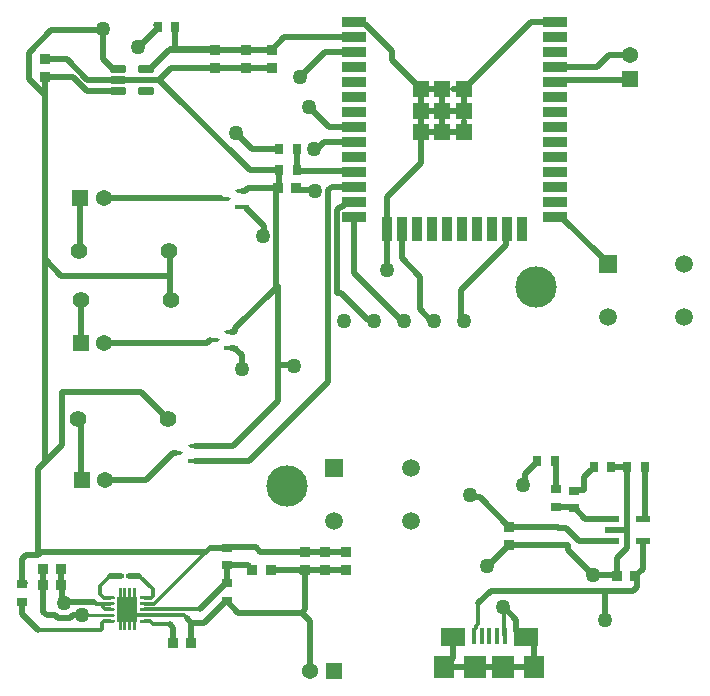
<source format=gtl>
G04*
G04 #@! TF.GenerationSoftware,Altium Limited,Altium Designer,20.1.14 (287)*
G04*
G04 Layer_Physical_Order=1*
G04 Layer_Color=255*
%FSLAX44Y44*%
%MOMM*%
G71*
G04*
G04 #@! TF.SameCoordinates,6EDE4AF6-213E-4635-A875-022B84C130C8*
G04*
G04*
G04 #@! TF.FilePolarity,Positive*
G04*
G01*
G75*
%ADD16R,0.4000X1.3500*%
%ADD17R,2.1000X1.6000*%
%ADD18R,1.9000X1.9000*%
%ADD19R,1.8000X1.9000*%
%ADD20R,1.3300X1.3300*%
%ADD21R,2.0000X0.9000*%
%ADD22R,0.9000X2.0000*%
%ADD23R,0.5000X0.2000*%
%ADD24R,0.5000X0.5000*%
%ADD25R,0.8500X0.8500*%
G04:AMPARAMS|DCode=26|XSize=1.35mm|YSize=0.6mm|CornerRadius=0.075mm|HoleSize=0mm|Usage=FLASHONLY|Rotation=0.000|XOffset=0mm|YOffset=0mm|HoleType=Round|Shape=RoundedRectangle|*
%AMROUNDEDRECTD26*
21,1,1.3500,0.4500,0,0,0.0*
21,1,1.2000,0.6000,0,0,0.0*
1,1,0.1500,0.6000,-0.2250*
1,1,0.1500,-0.6000,-0.2250*
1,1,0.1500,-0.6000,0.2250*
1,1,0.1500,0.6000,0.2250*
%
%ADD26ROUNDEDRECTD26*%
%ADD27R,1.2700X0.5588*%
%ADD28R,0.8500X0.8500*%
%ADD29R,0.7000X0.9000*%
%ADD30R,1.1640X0.3358*%
G04:AMPARAMS|DCode=31|XSize=1.164mm|YSize=0.3358mm|CornerRadius=0.1679mm|HoleSize=0mm|Usage=FLASHONLY|Rotation=180.000|XOffset=0mm|YOffset=0mm|HoleType=Round|Shape=RoundedRectangle|*
%AMROUNDEDRECTD31*
21,1,1.1640,0.0000,0,0,180.0*
21,1,0.8281,0.3358,0,0,180.0*
1,1,0.3358,-0.4141,0.0000*
1,1,0.3358,0.4141,0.0000*
1,1,0.3358,0.4141,0.0000*
1,1,0.3358,-0.4141,0.0000*
%
%ADD31ROUNDEDRECTD31*%
%ADD32R,0.5000X0.3000*%
%ADD33R,0.9000X0.7000*%
%ADD62C,0.3000*%
%ADD63C,0.5000*%
%ADD64C,0.2500*%
%ADD65C,0.4000*%
%ADD66C,0.3000*%
%ADD67C,1.3680*%
%ADD68R,1.3680X1.3680*%
%ADD69C,1.4980*%
%ADD70R,1.4980X1.4980*%
%ADD71C,1.4000*%
%ADD72R,1.3680X1.3680*%
%ADD73C,1.2700*%
%ADD74C,3.5000*%
G36*
X141763Y61168D02*
X141836Y61162D01*
X141909Y61153D01*
X141981Y61139D01*
X142052Y61122D01*
X142123Y61101D01*
X142192Y61077D01*
X142259Y61049D01*
X142326Y61017D01*
X142390Y60982D01*
X142452Y60944D01*
X142513Y60903D01*
X142571Y60858D01*
X142627Y60810D01*
X142680Y60760D01*
X142730Y60707D01*
X142778Y60651D01*
X142823Y60593D01*
X142864Y60532D01*
X142902Y60470D01*
X142937Y60406D01*
X142969Y60339D01*
X142997Y60272D01*
X143021Y60203D01*
X143042Y60132D01*
X143059Y60061D01*
X143073Y59989D01*
X143082Y59916D01*
X143088Y59843D01*
X143090Y59770D01*
X143088Y59697D01*
X143082Y59624D01*
X143073Y59551D01*
X143059Y59479D01*
X143042Y59408D01*
X143021Y59337D01*
X142997Y59268D01*
X142969Y59201D01*
X142937Y59134D01*
X142902Y59070D01*
X142864Y59008D01*
X142823Y58947D01*
X142778Y58889D01*
X142730Y58833D01*
X142680Y58780D01*
X142627Y58730D01*
X142571Y58682D01*
X142513Y58637D01*
X142452Y58596D01*
X142390Y58558D01*
X142326Y58523D01*
X142259Y58491D01*
X142192Y58463D01*
X142123Y58439D01*
X142052Y58418D01*
X141981Y58401D01*
X141909Y58387D01*
X141836Y58378D01*
X141763Y58372D01*
X141690Y58370D01*
X134590D01*
Y61170D01*
X141690D01*
X141763Y61168D01*
D02*
G37*
G36*
Y66168D02*
X141836Y66162D01*
X141909Y66153D01*
X141981Y66139D01*
X142052Y66122D01*
X142123Y66101D01*
X142192Y66077D01*
X142259Y66049D01*
X142326Y66017D01*
X142390Y65982D01*
X142452Y65944D01*
X142513Y65903D01*
X142571Y65858D01*
X142627Y65810D01*
X142680Y65760D01*
X142730Y65707D01*
X142778Y65651D01*
X142823Y65593D01*
X142864Y65532D01*
X142902Y65470D01*
X142937Y65406D01*
X142969Y65339D01*
X142997Y65272D01*
X143021Y65203D01*
X143042Y65132D01*
X143059Y65061D01*
X143073Y64989D01*
X143082Y64916D01*
X143088Y64843D01*
X143090Y64770D01*
X143088Y64697D01*
X143082Y64624D01*
X143073Y64551D01*
X143059Y64479D01*
X143042Y64408D01*
X143021Y64337D01*
X142997Y64268D01*
X142969Y64201D01*
X142937Y64134D01*
X142902Y64070D01*
X142864Y64008D01*
X142823Y63947D01*
X142778Y63889D01*
X142730Y63833D01*
X142680Y63780D01*
X142627Y63730D01*
X142571Y63682D01*
X142513Y63637D01*
X142452Y63596D01*
X142390Y63558D01*
X142326Y63523D01*
X142259Y63491D01*
X142192Y63463D01*
X142123Y63439D01*
X142052Y63418D01*
X141981Y63401D01*
X141909Y63387D01*
X141836Y63378D01*
X141763Y63372D01*
X141690Y63370D01*
X134590D01*
Y66170D01*
X141690D01*
X141763Y66168D01*
D02*
G37*
G36*
Y71168D02*
X141836Y71162D01*
X141909Y71153D01*
X141981Y71139D01*
X142052Y71122D01*
X142123Y71101D01*
X142192Y71077D01*
X142259Y71049D01*
X142326Y71017D01*
X142390Y70982D01*
X142452Y70944D01*
X142513Y70903D01*
X142571Y70858D01*
X142627Y70810D01*
X142680Y70760D01*
X142730Y70707D01*
X142778Y70651D01*
X142823Y70593D01*
X142864Y70532D01*
X142902Y70470D01*
X142937Y70406D01*
X142969Y70339D01*
X142997Y70272D01*
X143021Y70203D01*
X143042Y70132D01*
X143059Y70061D01*
X143073Y69989D01*
X143082Y69916D01*
X143088Y69843D01*
X143090Y69770D01*
X143088Y69697D01*
X143082Y69624D01*
X143073Y69551D01*
X143059Y69479D01*
X143042Y69408D01*
X143021Y69337D01*
X142997Y69268D01*
X142969Y69201D01*
X142937Y69134D01*
X142902Y69070D01*
X142864Y69008D01*
X142823Y68947D01*
X142778Y68889D01*
X142730Y68833D01*
X142680Y68780D01*
X142627Y68730D01*
X142571Y68682D01*
X142513Y68637D01*
X142452Y68596D01*
X142390Y68558D01*
X142326Y68523D01*
X142259Y68491D01*
X142192Y68463D01*
X142123Y68439D01*
X142052Y68418D01*
X141981Y68401D01*
X141909Y68387D01*
X141836Y68378D01*
X141763Y68372D01*
X141690Y68370D01*
X134590D01*
Y71170D01*
X141690D01*
X141763Y71168D01*
D02*
G37*
G36*
Y76168D02*
X141836Y76162D01*
X141909Y76153D01*
X141981Y76139D01*
X142052Y76122D01*
X142123Y76101D01*
X142192Y76077D01*
X142259Y76049D01*
X142326Y76017D01*
X142390Y75982D01*
X142452Y75944D01*
X142513Y75903D01*
X142571Y75858D01*
X142627Y75810D01*
X142680Y75760D01*
X142730Y75707D01*
X142778Y75651D01*
X142823Y75593D01*
X142864Y75532D01*
X142902Y75470D01*
X142937Y75406D01*
X142969Y75339D01*
X142997Y75272D01*
X143021Y75203D01*
X143042Y75132D01*
X143059Y75061D01*
X143073Y74989D01*
X143082Y74916D01*
X143088Y74843D01*
X143090Y74770D01*
X143088Y74697D01*
X143082Y74624D01*
X143073Y74551D01*
X143059Y74479D01*
X143042Y74408D01*
X143021Y74337D01*
X142997Y74268D01*
X142969Y74201D01*
X142937Y74134D01*
X142902Y74070D01*
X142864Y74008D01*
X142823Y73947D01*
X142778Y73889D01*
X142730Y73833D01*
X142680Y73780D01*
X142627Y73730D01*
X142571Y73682D01*
X142513Y73637D01*
X142452Y73596D01*
X142390Y73558D01*
X142326Y73523D01*
X142259Y73491D01*
X142192Y73463D01*
X142123Y73439D01*
X142052Y73418D01*
X141981Y73401D01*
X141909Y73387D01*
X141836Y73378D01*
X141763Y73372D01*
X141690Y73370D01*
X134590D01*
Y76170D01*
X141690D01*
X141763Y76168D01*
D02*
G37*
G36*
Y81168D02*
X141836Y81162D01*
X141909Y81153D01*
X141981Y81139D01*
X142052Y81122D01*
X142123Y81102D01*
X142192Y81077D01*
X142259Y81049D01*
X142326Y81017D01*
X142390Y80982D01*
X142452Y80944D01*
X142513Y80903D01*
X142571Y80858D01*
X142627Y80810D01*
X142680Y80760D01*
X142730Y80707D01*
X142778Y80651D01*
X142823Y80593D01*
X142864Y80533D01*
X142902Y80470D01*
X142937Y80406D01*
X142969Y80339D01*
X142997Y80272D01*
X143021Y80203D01*
X143042Y80132D01*
X143059Y80061D01*
X143073Y79989D01*
X143082Y79916D01*
X143088Y79843D01*
X143090Y79770D01*
X143088Y79697D01*
X143082Y79624D01*
X143073Y79551D01*
X143059Y79479D01*
X143042Y79408D01*
X143021Y79337D01*
X142997Y79268D01*
X142969Y79201D01*
X142937Y79134D01*
X142902Y79070D01*
X142864Y79008D01*
X142823Y78947D01*
X142778Y78889D01*
X142730Y78833D01*
X142680Y78780D01*
X142627Y78730D01*
X142571Y78682D01*
X142513Y78637D01*
X142452Y78596D01*
X142390Y78558D01*
X142326Y78523D01*
X142259Y78491D01*
X142192Y78463D01*
X142123Y78439D01*
X142052Y78418D01*
X141981Y78401D01*
X141909Y78387D01*
X141836Y78378D01*
X141763Y78372D01*
X141690Y78370D01*
X134590D01*
Y81170D01*
X141690D01*
X141763Y81168D01*
D02*
G37*
G36*
X160840Y80520D02*
X162090D01*
Y59020D01*
X160840D01*
Y52020D01*
X158340D01*
Y59020D01*
X156840D01*
Y52020D01*
X154340D01*
Y59020D01*
X152840D01*
Y52020D01*
X150340D01*
Y59020D01*
X148840D01*
Y52020D01*
X146340D01*
Y59020D01*
X145090D01*
Y80520D01*
X146340D01*
Y87520D01*
X148840D01*
Y80520D01*
X150340D01*
Y87520D01*
X152840D01*
Y80520D01*
X154340D01*
Y87520D01*
X156840D01*
Y80520D01*
X158340D01*
Y87520D01*
X160840D01*
Y80520D01*
D02*
G37*
G36*
X172590Y78370D02*
X165490D01*
X165417Y78372D01*
X165344Y78378D01*
X165271Y78387D01*
X165199Y78401D01*
X165128Y78418D01*
X165057Y78439D01*
X164988Y78463D01*
X164921Y78491D01*
X164854Y78523D01*
X164790Y78558D01*
X164727Y78596D01*
X164667Y78637D01*
X164609Y78682D01*
X164553Y78730D01*
X164500Y78780D01*
X164450Y78833D01*
X164402Y78889D01*
X164357Y78947D01*
X164316Y79008D01*
X164277Y79070D01*
X164243Y79134D01*
X164211Y79201D01*
X164183Y79268D01*
X164158Y79337D01*
X164138Y79408D01*
X164121Y79479D01*
X164107Y79551D01*
X164098Y79624D01*
X164092Y79697D01*
X164090Y79770D01*
X164092Y79843D01*
X164098Y79916D01*
X164107Y79989D01*
X164121Y80061D01*
X164138Y80132D01*
X164158Y80203D01*
X164183Y80272D01*
X164211Y80339D01*
X164243Y80406D01*
X164277Y80470D01*
X164316Y80533D01*
X164357Y80593D01*
X164402Y80651D01*
X164450Y80707D01*
X164500Y80760D01*
X164553Y80810D01*
X164609Y80858D01*
X164667Y80903D01*
X164727Y80944D01*
X164790Y80982D01*
X164854Y81017D01*
X164921Y81049D01*
X164988Y81077D01*
X165057Y81102D01*
X165128Y81122D01*
X165199Y81139D01*
X165271Y81153D01*
X165344Y81162D01*
X165417Y81168D01*
X165490Y81170D01*
X172590D01*
Y78370D01*
D02*
G37*
G36*
Y73370D02*
X165490D01*
X165417Y73372D01*
X165344Y73378D01*
X165271Y73387D01*
X165199Y73401D01*
X165128Y73418D01*
X165057Y73439D01*
X164988Y73463D01*
X164921Y73491D01*
X164854Y73523D01*
X164790Y73558D01*
X164727Y73596D01*
X164667Y73637D01*
X164609Y73682D01*
X164553Y73730D01*
X164500Y73780D01*
X164450Y73833D01*
X164402Y73889D01*
X164357Y73947D01*
X164316Y74008D01*
X164277Y74070D01*
X164243Y74134D01*
X164211Y74201D01*
X164183Y74268D01*
X164158Y74337D01*
X164138Y74408D01*
X164121Y74479D01*
X164107Y74551D01*
X164098Y74624D01*
X164092Y74697D01*
X164090Y74770D01*
X164092Y74843D01*
X164098Y74916D01*
X164107Y74989D01*
X164121Y75061D01*
X164138Y75132D01*
X164158Y75203D01*
X164183Y75272D01*
X164211Y75339D01*
X164243Y75406D01*
X164277Y75470D01*
X164316Y75532D01*
X164357Y75593D01*
X164402Y75651D01*
X164450Y75707D01*
X164500Y75760D01*
X164553Y75810D01*
X164609Y75858D01*
X164667Y75903D01*
X164727Y75944D01*
X164790Y75982D01*
X164854Y76017D01*
X164921Y76049D01*
X164988Y76077D01*
X165057Y76101D01*
X165128Y76122D01*
X165199Y76139D01*
X165271Y76153D01*
X165344Y76162D01*
X165417Y76168D01*
X165490Y76170D01*
X172590D01*
Y73370D01*
D02*
G37*
G36*
Y68370D02*
X165490D01*
X165417Y68372D01*
X165344Y68378D01*
X165271Y68387D01*
X165199Y68401D01*
X165128Y68418D01*
X165057Y68439D01*
X164988Y68463D01*
X164921Y68491D01*
X164854Y68523D01*
X164790Y68558D01*
X164727Y68596D01*
X164667Y68637D01*
X164609Y68682D01*
X164553Y68730D01*
X164500Y68780D01*
X164450Y68833D01*
X164402Y68889D01*
X164357Y68947D01*
X164316Y69008D01*
X164277Y69070D01*
X164243Y69134D01*
X164211Y69201D01*
X164183Y69268D01*
X164158Y69337D01*
X164138Y69408D01*
X164121Y69479D01*
X164107Y69551D01*
X164098Y69624D01*
X164092Y69697D01*
X164090Y69770D01*
X164092Y69843D01*
X164098Y69916D01*
X164107Y69989D01*
X164121Y70061D01*
X164138Y70132D01*
X164158Y70203D01*
X164183Y70272D01*
X164211Y70339D01*
X164243Y70406D01*
X164277Y70470D01*
X164316Y70532D01*
X164357Y70593D01*
X164402Y70651D01*
X164450Y70707D01*
X164500Y70760D01*
X164553Y70810D01*
X164609Y70858D01*
X164667Y70903D01*
X164727Y70944D01*
X164790Y70982D01*
X164854Y71017D01*
X164921Y71049D01*
X164988Y71077D01*
X165057Y71101D01*
X165128Y71122D01*
X165199Y71139D01*
X165271Y71153D01*
X165344Y71162D01*
X165417Y71168D01*
X165490Y71170D01*
X172590D01*
Y68370D01*
D02*
G37*
G36*
Y63370D02*
X165490D01*
X165417Y63372D01*
X165344Y63378D01*
X165271Y63387D01*
X165199Y63401D01*
X165128Y63418D01*
X165057Y63439D01*
X164988Y63463D01*
X164921Y63491D01*
X164854Y63523D01*
X164790Y63558D01*
X164727Y63596D01*
X164667Y63637D01*
X164609Y63682D01*
X164553Y63730D01*
X164500Y63780D01*
X164450Y63833D01*
X164402Y63889D01*
X164357Y63947D01*
X164316Y64008D01*
X164277Y64070D01*
X164243Y64134D01*
X164211Y64201D01*
X164183Y64268D01*
X164158Y64337D01*
X164138Y64408D01*
X164121Y64479D01*
X164107Y64551D01*
X164098Y64624D01*
X164092Y64697D01*
X164090Y64770D01*
X164092Y64843D01*
X164098Y64916D01*
X164107Y64989D01*
X164121Y65061D01*
X164138Y65132D01*
X164158Y65203D01*
X164183Y65272D01*
X164211Y65339D01*
X164243Y65406D01*
X164277Y65470D01*
X164316Y65532D01*
X164357Y65593D01*
X164402Y65651D01*
X164450Y65707D01*
X164500Y65760D01*
X164553Y65810D01*
X164609Y65858D01*
X164667Y65903D01*
X164727Y65944D01*
X164790Y65982D01*
X164854Y66017D01*
X164921Y66049D01*
X164988Y66077D01*
X165057Y66101D01*
X165128Y66122D01*
X165199Y66139D01*
X165271Y66153D01*
X165344Y66162D01*
X165417Y66168D01*
X165490Y66170D01*
X172590D01*
Y63370D01*
D02*
G37*
G36*
Y58370D02*
X165490D01*
X165417Y58372D01*
X165344Y58378D01*
X165271Y58387D01*
X165199Y58401D01*
X165128Y58418D01*
X165057Y58439D01*
X164988Y58463D01*
X164921Y58491D01*
X164854Y58523D01*
X164790Y58558D01*
X164727Y58596D01*
X164667Y58637D01*
X164609Y58682D01*
X164553Y58730D01*
X164500Y58780D01*
X164450Y58833D01*
X164402Y58889D01*
X164357Y58947D01*
X164316Y59008D01*
X164277Y59070D01*
X164243Y59134D01*
X164211Y59201D01*
X164183Y59268D01*
X164158Y59337D01*
X164138Y59408D01*
X164121Y59479D01*
X164107Y59551D01*
X164098Y59624D01*
X164092Y59697D01*
X164090Y59770D01*
X164092Y59843D01*
X164098Y59916D01*
X164107Y59989D01*
X164121Y60061D01*
X164138Y60132D01*
X164158Y60203D01*
X164183Y60272D01*
X164211Y60339D01*
X164243Y60406D01*
X164277Y60470D01*
X164316Y60532D01*
X164357Y60593D01*
X164402Y60651D01*
X164450Y60707D01*
X164500Y60760D01*
X164553Y60810D01*
X164609Y60858D01*
X164667Y60903D01*
X164727Y60944D01*
X164790Y60982D01*
X164854Y61017D01*
X164921Y61049D01*
X164988Y61077D01*
X165057Y61101D01*
X165128Y61122D01*
X165199Y61139D01*
X165271Y61153D01*
X165344Y61162D01*
X165417Y61168D01*
X165490Y61170D01*
X172590D01*
Y58370D01*
D02*
G37*
D16*
X460186Y47578D02*
D03*
X453686D02*
D03*
X466686D02*
D03*
X447186D02*
D03*
X473186D02*
D03*
D17*
X429186Y46328D02*
D03*
X491186D02*
D03*
D18*
X448186Y20828D02*
D03*
X472186D02*
D03*
D19*
X422186D02*
D03*
X498186D02*
D03*
D20*
X438912Y473840D02*
D03*
X420562D02*
D03*
X402212D02*
D03*
X438912Y492190D02*
D03*
X420562D02*
D03*
X402212D02*
D03*
X438912Y510540D02*
D03*
X420562D02*
D03*
X402212D02*
D03*
D21*
X515562Y567190D02*
D03*
Y554490D02*
D03*
Y541790D02*
D03*
Y529090D02*
D03*
Y516390D02*
D03*
Y503690D02*
D03*
Y490990D02*
D03*
Y478290D02*
D03*
Y465590D02*
D03*
Y452890D02*
D03*
Y440190D02*
D03*
Y427490D02*
D03*
Y414790D02*
D03*
Y402090D02*
D03*
X345562D02*
D03*
Y414790D02*
D03*
Y427490D02*
D03*
Y440190D02*
D03*
Y452890D02*
D03*
Y465590D02*
D03*
Y478290D02*
D03*
Y490990D02*
D03*
Y503690D02*
D03*
Y516390D02*
D03*
Y529090D02*
D03*
Y541790D02*
D03*
Y554490D02*
D03*
Y567190D02*
D03*
D22*
X487712Y392090D02*
D03*
X475012D02*
D03*
X462312D02*
D03*
X449612D02*
D03*
X436912D02*
D03*
X424212D02*
D03*
X411512D02*
D03*
X398812D02*
D03*
X386112D02*
D03*
X373412D02*
D03*
D23*
X138840Y79770D02*
D03*
Y74770D02*
D03*
Y69770D02*
D03*
Y64770D02*
D03*
Y59770D02*
D03*
X168340D02*
D03*
Y64770D02*
D03*
Y69770D02*
D03*
Y74770D02*
D03*
Y79770D02*
D03*
D24*
X153590Y69770D02*
D03*
D25*
X97920Y104140D02*
D03*
X82420D02*
D03*
X97920Y90170D02*
D03*
X82420D02*
D03*
X207812Y41198D02*
D03*
X192312D02*
D03*
X275122Y103428D02*
D03*
X259622D02*
D03*
X583822Y97790D02*
D03*
X568322D02*
D03*
X296548Y426212D02*
D03*
X281048D02*
D03*
D26*
X145630Y527660D02*
D03*
Y518160D02*
D03*
Y508660D02*
D03*
X169330D02*
D03*
Y527660D02*
D03*
D27*
X564388Y146558D02*
D03*
Y137160D02*
D03*
Y127762D02*
D03*
X590296D02*
D03*
Y146558D02*
D03*
D28*
X339000Y118290D02*
D03*
Y102790D02*
D03*
X304202Y103298D02*
D03*
Y118798D02*
D03*
X84074Y536070D02*
D03*
Y520570D02*
D03*
X227584Y528190D02*
D03*
Y543690D02*
D03*
X477012Y124330D02*
D03*
Y139830D02*
D03*
X275844Y528320D02*
D03*
Y543820D02*
D03*
X254254Y528320D02*
D03*
Y543820D02*
D03*
X320712Y118668D02*
D03*
Y103168D02*
D03*
D29*
X297448Y441706D02*
D03*
X282448D02*
D03*
X515500Y195580D02*
D03*
X500500D02*
D03*
X563506Y190246D02*
D03*
X548506D02*
D03*
X591954Y190754D02*
D03*
X576954D02*
D03*
X194444Y562864D02*
D03*
X179444D02*
D03*
X282194Y459486D02*
D03*
X297194D02*
D03*
D30*
X250779Y410822D02*
D03*
X210647Y195430D02*
D03*
X241889Y291442D02*
D03*
D31*
X250779Y423822D02*
D03*
X235377Y417322D02*
D03*
X195245Y201930D02*
D03*
X210647Y208430D02*
D03*
X226487Y297942D02*
D03*
X241889Y304442D02*
D03*
D32*
X155500Y98094D02*
D03*
X148500D02*
D03*
D33*
X238162Y122118D02*
D03*
Y107118D02*
D03*
X238162Y91758D02*
D03*
Y76758D02*
D03*
X64770Y91320D02*
D03*
Y76320D02*
D03*
X516382Y156330D02*
D03*
Y171330D02*
D03*
X531876Y170314D02*
D03*
Y155314D02*
D03*
D62*
X158590Y64770D02*
X168340D01*
X448662Y53804D02*
Y55581D01*
X450850Y57769D02*
Y75184D01*
X448662Y55581D02*
X450850Y57769D01*
X447186Y47578D02*
Y52328D01*
X448662Y53804D01*
X168340Y64770D02*
X201446D01*
X168340Y69850D02*
X215254D01*
X168340Y74770D02*
X176722D01*
X168340Y59770D02*
X172590D01*
X175210Y57150D01*
X189572D01*
X132080Y53056D02*
Y58013D01*
X133837Y59770D02*
X138840D01*
X132080Y58013D02*
X133837Y59770D01*
X131144Y52120D02*
X132080Y53056D01*
X168340Y79770D02*
X173503D01*
X175260Y81527D01*
X163994Y98094D02*
X175260Y86828D01*
Y81527D02*
Y86828D01*
X133590Y79770D02*
X138840D01*
X130810Y82550D02*
Y89548D01*
X139356Y98094D01*
X130810Y82550D02*
X133590Y79770D01*
X133000Y74770D02*
X138840D01*
X127160D02*
X133000D01*
Y71527D02*
Y74770D01*
X134757Y69770D02*
X138840D01*
X133000Y71527D02*
X134757Y69770D01*
X125730Y76200D02*
X127160Y74770D01*
X78398Y52120D02*
X131144D01*
X472710Y48054D02*
X473186Y47578D01*
X472710Y48054D02*
Y71612D01*
X201446Y64770D02*
X203872Y62344D01*
X222406Y120454D02*
X224070Y122118D01*
X220620Y118668D02*
X221890Y119938D01*
X176722Y74770D02*
X220620Y118668D01*
D63*
X84074Y194936D02*
Y366134D01*
X266102Y118668D02*
X320712D01*
X65770Y91320D02*
X66770Y92320D01*
X64770Y91320D02*
X65770D01*
X450850Y75184D02*
X461264Y85598D01*
X558292D02*
X582033D01*
X461264D02*
X558292D01*
X458916Y106234D02*
X477012Y124330D01*
X304202Y103168D02*
X320712D01*
X302452Y103428D02*
X303457Y102423D01*
X293878Y277114D02*
X295148Y275844D01*
X281048Y277114D02*
X293878D01*
X215254Y69850D02*
X237162Y91758D01*
X189572Y57150D02*
X192312Y54410D01*
X107947Y64820D02*
X115480D01*
X105357Y62230D02*
X107947Y64820D01*
X85349D02*
X92882D01*
X95472Y62230D01*
X82420Y67749D02*
Y90170D01*
X95472Y62230D02*
X105357D01*
X82420Y67749D02*
X85349Y64820D01*
X82420Y90170D02*
Y104140D01*
X97920Y90170D02*
Y104140D01*
Y90170D02*
X98826Y89264D01*
Y76394D02*
Y89264D01*
Y76394D02*
X99732Y75488D01*
X100444Y76200D02*
X125730D01*
X99732Y75488D02*
X100444Y76200D01*
X64770Y91320D02*
Y112810D01*
X67699Y115739D01*
X78142D01*
X64770Y65749D02*
X78398Y52120D01*
X64770Y65749D02*
Y76320D01*
X134300Y295148D02*
X221194D01*
X223988Y297942D01*
X114300Y295148D02*
Y331470D01*
X97783Y352425D02*
X189865D01*
X84074Y366134D02*
Y505004D01*
Y366134D02*
X97783Y352425D01*
X78142Y189004D02*
X84074Y194936D01*
X98418Y209280D01*
X472710Y71612D02*
X483186Y61136D01*
X472186Y72136D02*
X472710Y71612D01*
X488686Y46328D02*
X491186D01*
X483186Y51828D02*
X488686Y46328D01*
X483186Y51828D02*
Y61136D01*
X498186Y20828D02*
Y40828D01*
X492686Y46328D02*
X498186Y40828D01*
X491186Y46328D02*
X492686D01*
X472186Y20828D02*
X498186D01*
X448186D02*
X472186D01*
X422186D02*
X448186D01*
X429186Y28328D02*
Y46328D01*
X422186Y21328D02*
X429186Y28328D01*
X422186Y20828D02*
Y21328D01*
X584962Y88527D02*
Y96650D01*
X582033Y85598D02*
X584962Y88527D01*
X583822Y97790D02*
X584962Y96650D01*
X583822Y97790D02*
X590296Y104264D01*
X515562Y402090D02*
X521062D01*
X555334Y367818D01*
Y366940D02*
Y367818D01*
Y366940D02*
X560324Y361950D01*
X429737Y510540D02*
X438912D01*
Y473840D02*
Y483015D01*
X355053Y565190D02*
X377645Y542597D01*
Y535107D02*
Y542597D01*
Y535107D02*
X402212Y510540D01*
X438912D02*
X495562Y567190D01*
X515562D01*
X411387Y510540D02*
X420562D01*
X402212D02*
X411387D01*
X402212Y492190D02*
Y501365D01*
Y510540D01*
X357196Y315214D02*
X362966D01*
X334658Y337752D02*
X357196Y315214D01*
X345562Y354970D02*
X386334Y314198D01*
X345562Y354970D02*
Y402090D01*
X411226Y313944D02*
Y314147D01*
X401534Y323839D02*
Y351576D01*
Y323839D02*
X411226Y314147D01*
X331538Y337752D02*
X334658D01*
X331538D02*
Y408257D01*
X436118Y313690D02*
Y340106D01*
X474004Y391082D02*
X475012Y392090D01*
X474004Y377992D02*
Y391082D01*
X436118Y340106D02*
X474004Y377992D01*
X386112Y366998D02*
X401534Y351576D01*
X500500Y194580D02*
Y195580D01*
X490423Y184503D02*
X500500Y194580D01*
X490423Y176733D02*
Y184503D01*
X488950Y175260D02*
X490423Y176733D01*
X81071Y118668D02*
X220620D01*
X531876Y170314D02*
X532876Y171314D01*
X540496D01*
X540512Y171330D01*
X531876Y155314D02*
X532876D01*
X530876D02*
X531876D01*
X532876D02*
X541632Y146558D01*
X516382Y156330D02*
X529860D01*
X530876Y155314D01*
X540512Y171330D02*
Y182252D01*
X546506Y188246D01*
X547506D01*
X548506Y189246D01*
Y190246D01*
X576700Y190500D02*
X576954Y190754D01*
X563760Y190500D02*
X576700D01*
X563506Y190246D02*
X563760Y190500D01*
X515500Y195580D02*
X516382Y194698D01*
X576954Y136906D02*
Y190754D01*
X516382Y171330D02*
Y194698D01*
X488950Y175260D02*
Y177344D01*
X547878Y98806D02*
X567306D01*
X568322Y97790D01*
X526672Y120012D02*
X547878Y98806D01*
X386112Y366998D02*
Y392090D01*
X98418Y209280D02*
Y254000D01*
X165100D02*
X187960Y231140D01*
X98418Y254000D02*
X165100D01*
X111760Y231140D02*
X114701Y228199D01*
Y179249D02*
Y228199D01*
X189865Y352425D02*
Y372745D01*
Y332105D02*
Y352425D01*
X189230Y373380D02*
X189865Y372745D01*
Y332105D02*
X190500Y331470D01*
X373412Y356870D02*
Y392090D01*
Y419240D01*
X333895Y410614D02*
X335886D01*
X331538Y408257D02*
X333895Y410614D01*
X340062Y414790D02*
X345562D01*
X335886Y410614D02*
X340062Y414790D01*
X256898Y195430D02*
X323850Y262382D01*
X326779Y427490D02*
X345562D01*
X323850Y424561D02*
X326779Y427490D01*
X323850Y262382D02*
Y424561D01*
X296548Y426212D02*
X297183Y426847D01*
X311404Y425196D02*
X312420Y424180D01*
X297564Y425196D02*
X311404D01*
X78142Y115739D02*
Y189004D01*
X301273Y67106D02*
X308770Y59609D01*
Y17360D02*
Y59609D01*
X411387Y492190D02*
X420562D01*
X402212D02*
X411387D01*
X402212Y483015D02*
Y492190D01*
Y473840D02*
Y483015D01*
X429737Y492190D02*
X438912D01*
X420562D02*
X429737D01*
X420562Y501365D02*
Y510540D01*
Y492190D02*
Y501365D01*
Y483015D02*
Y492190D01*
Y473840D02*
Y483015D01*
X429737Y473840D02*
X438912D01*
X420562D02*
X429737D01*
X411387D02*
X420562D01*
X402212D02*
X411387D01*
X438912Y501365D02*
Y510540D01*
Y492190D02*
Y501365D01*
X296548Y426212D02*
X297564Y425196D01*
X320810Y541790D02*
X345562D01*
X299720Y520700D02*
X320810Y541790D01*
X324350Y478290D02*
X345562D01*
X307340Y495300D02*
X324350Y478290D01*
X245618Y472948D02*
X259080Y459486D01*
X282194D01*
X281748Y426912D02*
Y441406D01*
X281448Y441706D02*
X281748Y441406D01*
X257303Y441706D02*
X281448D01*
X180849Y518160D02*
X257303Y441706D01*
X312166Y459232D02*
X314250D01*
X345062Y466090D02*
X345562Y465590D01*
X320608D02*
X345562D01*
X314250Y459232D02*
X320608Y465590D01*
X179444Y561864D02*
Y562864D01*
X163680Y546100D02*
X179444Y561864D01*
X162560Y546100D02*
X163680D01*
X180849Y518160D02*
X190879Y528190D01*
X145630Y518160D02*
X180849D01*
X119902D02*
X145630D01*
X102362Y535700D02*
X119902Y518160D01*
X141880Y527660D02*
X145630D01*
X133350Y536190D02*
X141880Y527660D01*
X133350Y536190D02*
Y561340D01*
X169330Y527660D02*
X173080D01*
X189110Y543690D01*
X227584D01*
X84074Y520570D02*
X107897D01*
X119807Y508660D01*
X145630D01*
X189484Y544330D02*
X189484Y544330D01*
X320712Y103168D02*
X320901Y102979D01*
X338811D01*
X339000Y102790D01*
X320712Y118668D02*
X320901Y118479D01*
X338811D01*
X339000Y118290D01*
X132334Y560324D02*
X133350Y561340D01*
X89408Y560324D02*
X132334D01*
X576954Y121971D02*
Y136906D01*
X564388Y137160D02*
X576700D01*
X576954Y136906D01*
X568322Y113339D02*
X576954Y121971D01*
X591954Y146852D02*
Y190754D01*
X591660Y146558D02*
X591954Y146852D01*
X590296Y146558D02*
X591660D01*
X281048Y277114D02*
Y343601D01*
Y246504D02*
Y277114D01*
X210647Y195430D02*
X256898D01*
X279400Y341953D02*
X281048Y343601D01*
X245209Y307762D02*
X279400Y341953D01*
X526672Y120012D02*
Y124330D01*
X269026Y386334D02*
X269748Y387056D01*
Y394352D01*
X254099Y410001D02*
X269748Y394352D01*
X241889Y291442D02*
X244388D01*
X250444Y273050D02*
Y285386D01*
X244388Y291442D02*
X250444Y285386D01*
X286514Y554490D02*
X345562D01*
X275844Y543820D02*
X286514Y554490D01*
X114758Y178772D02*
X114968Y178982D01*
X114701Y179249D02*
X114968Y178982D01*
X241889Y304442D02*
X244388D01*
X245209Y305263D01*
X281048Y426212D02*
X281748Y426912D01*
X279400Y424564D02*
X281048Y426212D01*
X297321Y441833D02*
X297448Y441706D01*
X298206Y440948D01*
X297194Y459486D02*
X297321Y459359D01*
X344804Y440948D02*
X345562Y440190D01*
Y567190D02*
X347562Y565190D01*
X84074Y536070D02*
X84444Y535700D01*
X179444Y562864D02*
Y563864D01*
X178444Y564864D02*
X179444Y563864D01*
X194056Y544330D02*
X194444Y544718D01*
X254189Y528255D02*
X254254Y528320D01*
X254189Y543755D02*
X254254Y543820D01*
X78142Y115739D02*
X81071Y118668D01*
X155500Y98094D02*
X163994D01*
X203872Y62344D02*
X207812Y58404D01*
X221890Y119938D02*
X222406Y120454D01*
X237162Y76758D02*
X238162D01*
Y107118D02*
X238162Y107118D01*
Y122118D02*
X238522Y122478D01*
X255932Y107118D02*
X259622Y103428D01*
X262292Y122478D02*
X266102Y118668D01*
X303457Y102423D02*
X304202Y101678D01*
X301052Y101548D02*
X302582D01*
X303457Y102423D01*
X245209Y305263D02*
Y307762D01*
X297321Y441833D02*
Y459359D01*
X402212Y448040D02*
Y473840D01*
X70104Y518974D02*
Y541020D01*
Y518974D02*
X84074Y505004D01*
Y520570D01*
X445465Y164897D02*
X451945D01*
X443992Y166370D02*
X445465Y164897D01*
X194444Y544718D02*
Y562864D01*
X568322Y100330D02*
Y113339D01*
X590296Y104264D02*
Y127762D01*
X207812Y41198D02*
Y58404D01*
X238162Y76758D02*
X247814Y67106D01*
X238162Y91758D02*
Y107118D01*
X237162Y91758D02*
X238162D01*
X301273Y67106D02*
X304202Y70035D01*
X113698Y377724D02*
Y417742D01*
X279400Y341953D02*
Y424564D01*
X304202Y70035D02*
Y101678D01*
X134968Y178982D02*
X169798D01*
X112656Y376682D02*
X113698Y377724D01*
X192746Y201930D02*
X195245D01*
X250779Y423822D02*
X253278D01*
X255668Y426212D01*
X347562Y565190D02*
X355053D01*
X84444Y535700D02*
X102362D01*
X517652Y139830D02*
X518841Y138641D01*
X525569D01*
X516382Y156330D02*
X516382Y156330D01*
X515382Y171330D02*
X516382D01*
X515562Y529090D02*
X551249D01*
X515562Y516390D02*
X516955Y517783D01*
X577981D01*
X579374Y519176D01*
X561335Y539176D02*
X579374D01*
X227584Y528190D02*
X227649Y528255D01*
X190879Y528190D02*
X227584D01*
X226944Y544330D02*
X227584Y543690D01*
X227649Y543755D01*
X189484Y544330D02*
X194056D01*
X226944D01*
X254254Y528320D02*
X275844D01*
X254254Y543820D02*
X275844D01*
X139356Y98094D02*
X148500D01*
X207812Y58404D02*
X218808D01*
X238162Y107118D02*
X255932D01*
X224070Y122118D02*
X238162D01*
X238522Y122478D02*
X262292D01*
X210647Y208430D02*
X242974D01*
X373412Y419240D02*
X402212Y448040D01*
X541632Y146558D02*
X564388D01*
X525569Y138641D02*
X536448Y127762D01*
X564388D01*
X477012Y124330D02*
X526672D01*
X551249Y529090D02*
X561335Y539176D01*
X192312Y41198D02*
Y54410D01*
X218808Y58404D02*
X237162Y76758D01*
X451945Y164897D02*
X477012Y139830D01*
X558292Y60960D02*
Y85090D01*
X133698Y417742D02*
X232918D01*
X255668Y426212D02*
X281048D01*
X477012Y139830D02*
X517652D01*
X227649Y528255D02*
X254189D01*
X227649Y543755D02*
X254189D01*
X247814Y67106D02*
X301273D01*
X275122Y103428D02*
X302452D01*
X169798Y178982D02*
X192746Y201930D01*
X70104Y541020D02*
X89408Y560324D01*
X242974Y208430D02*
X281048Y246504D01*
X298206Y440948D02*
X344804D01*
D64*
X115480Y64820D02*
X138840D01*
D65*
X148590Y74770D02*
D03*
X158590D02*
D03*
X148590Y64770D02*
D03*
X153590Y69770D02*
D03*
X158590Y64770D02*
D03*
D66*
X429737Y473840D02*
D03*
X411387D02*
D03*
X438912Y483015D02*
D03*
X420562D02*
D03*
X402212D02*
D03*
X429737Y492190D02*
D03*
X411387D02*
D03*
X438912Y501365D02*
D03*
X420562D02*
D03*
X402212D02*
D03*
X429737Y510540D02*
D03*
X411387D02*
D03*
D67*
X134300Y295148D02*
D03*
X308770Y17360D02*
D03*
X579374Y539176D02*
D03*
X134968Y178982D02*
D03*
X133698Y417742D02*
D03*
D68*
X114300Y295148D02*
D03*
X328770Y17360D02*
D03*
X114968Y178982D02*
D03*
X113698Y417742D02*
D03*
D69*
X393930Y189780D02*
D03*
Y144780D02*
D03*
X328930D02*
D03*
X560324Y316950D02*
D03*
X625324D02*
D03*
Y361950D02*
D03*
D70*
X328930Y189780D02*
D03*
X560324Y361950D02*
D03*
D71*
X113030Y373380D02*
D03*
X189230D02*
D03*
X111760Y231140D02*
D03*
X187960D02*
D03*
X114300Y331470D02*
D03*
X190500D02*
D03*
D72*
X579374Y519176D02*
D03*
D73*
X295148Y275844D02*
D03*
X458216Y106934D02*
D03*
X472186Y72136D02*
D03*
X337566Y314198D02*
D03*
X362966Y314200D02*
D03*
X388370Y314198D02*
D03*
X413770Y314200D02*
D03*
X439170D02*
D03*
X488950Y175260D02*
D03*
X373412Y356870D02*
D03*
X312420Y424180D02*
D03*
X115480Y64820D02*
D03*
X307340Y495300D02*
D03*
X245618Y472948D02*
D03*
X312166Y459232D02*
D03*
X162560Y546100D02*
D03*
X299720Y520700D02*
D03*
X133350Y561340D02*
D03*
X547878Y98806D02*
D03*
X269026Y386334D02*
D03*
X250444Y273050D02*
D03*
X443992Y166370D02*
D03*
X99732Y75488D02*
D03*
X558292Y60960D02*
D03*
D74*
X289306Y173990D02*
D03*
X499364Y342646D02*
D03*
M02*

</source>
